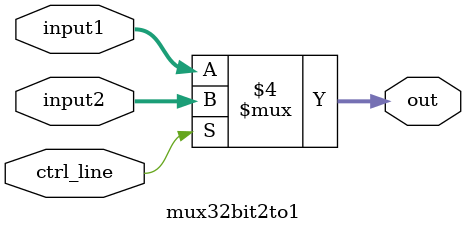
<source format=v>


`timescale 1ns/10ps

module mux32bit2to1 (
    ctrl_line,
    input1,
    input2,
    out
);
// 32_bit_2_to_1_mux
// 
// :param ctrl_line: Which input should be output. If 1 input2 else input1
// :param input1: first 32-bit input
// :param input2: second 32-bit input
// :param output: 32-bit output
// :return: generator logic

input ctrl_line;
input [31:0] input1;
input [31:0] input2;
output [31:0] out;
reg [31:0] out;






always @(input2, ctrl_line, input1) begin: MUX32BIT2TO1_LOGIC
    if ((ctrl_line == 0)) begin
        out = input1;
    end
    else begin
        out = input2;
    end
end

endmodule

</source>
